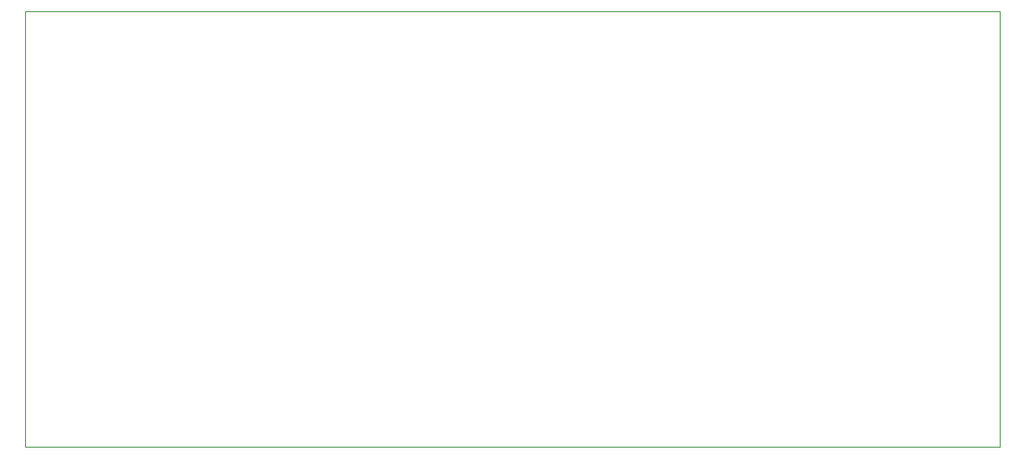
<source format=gm1>
%TF.GenerationSoftware,KiCad,Pcbnew,7.0.10*%
%TF.CreationDate,2024-10-31T16:27:30-04:00*%
%TF.ProjectId,SDP25_MainPCB,53445032-355f-44d6-9169-6e5043422e6b,rev?*%
%TF.SameCoordinates,Original*%
%TF.FileFunction,Profile,NP*%
%FSLAX46Y46*%
G04 Gerber Fmt 4.6, Leading zero omitted, Abs format (unit mm)*
G04 Created by KiCad (PCBNEW 7.0.10) date 2024-10-31 16:27:30*
%MOMM*%
%LPD*%
G01*
G04 APERTURE LIST*
%TA.AperFunction,Profile*%
%ADD10C,0.100000*%
%TD*%
G04 APERTURE END LIST*
D10*
X48260000Y-36830000D02*
X143510000Y-36830000D01*
X143510000Y-79375000D01*
X48260000Y-79375000D01*
X48260000Y-36830000D01*
M02*

</source>
